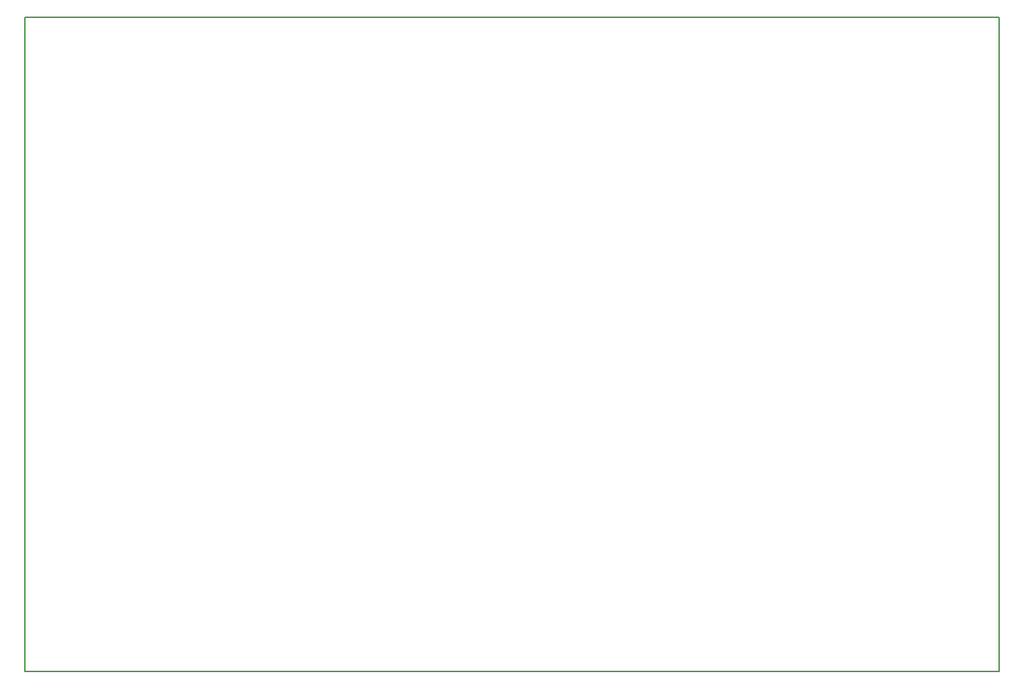
<source format=gbr>
G04*
G04 #@! TF.GenerationSoftware,Altium Limited,Altium Designer,23.11.1 (41)*
G04*
G04 Layer_Color=16711935*
%FSLAX44Y44*%
%MOMM*%
G71*
G04*
G04 #@! TF.SameCoordinates,3D2E6700-7F68-432B-BC66-E9838DB2595C*
G04*
G04*
G04 #@! TF.FilePolarity,Positive*
G04*
G01*
G75*
%ADD41C,0.1270*%
D41*
X50800Y0D02*
Y802640D01*
X1244600D01*
X1244600Y0D01*
X50800D02*
X1244600D01*
M02*

</source>
